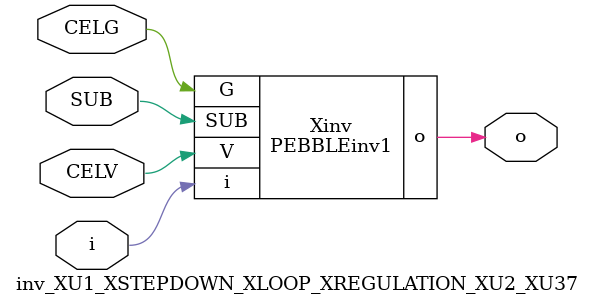
<source format=v>



module PEBBLEinv1 ( o, G, SUB, V, i );

  input V;
  input i;
  input G;
  output o;
  input SUB;
endmodule

//Celera Confidential Do Not Copy inv_XU1_XSTEPDOWN_XLOOP_XREGULATION_XU2_XU37
//Celera Confidential Symbol Generator
//5V Inverter
module inv_XU1_XSTEPDOWN_XLOOP_XREGULATION_XU2_XU37 (CELV,CELG,i,o,SUB);
input CELV;
input CELG;
input i;
input SUB;
output o;

//Celera Confidential Do Not Copy inv
PEBBLEinv1 Xinv(
.V (CELV),
.i (i),
.o (o),
.SUB (SUB),
.G (CELG)
);
//,diesize,PEBBLEinv1

//Celera Confidential Do Not Copy Module End
//Celera Schematic Generator
endmodule

</source>
